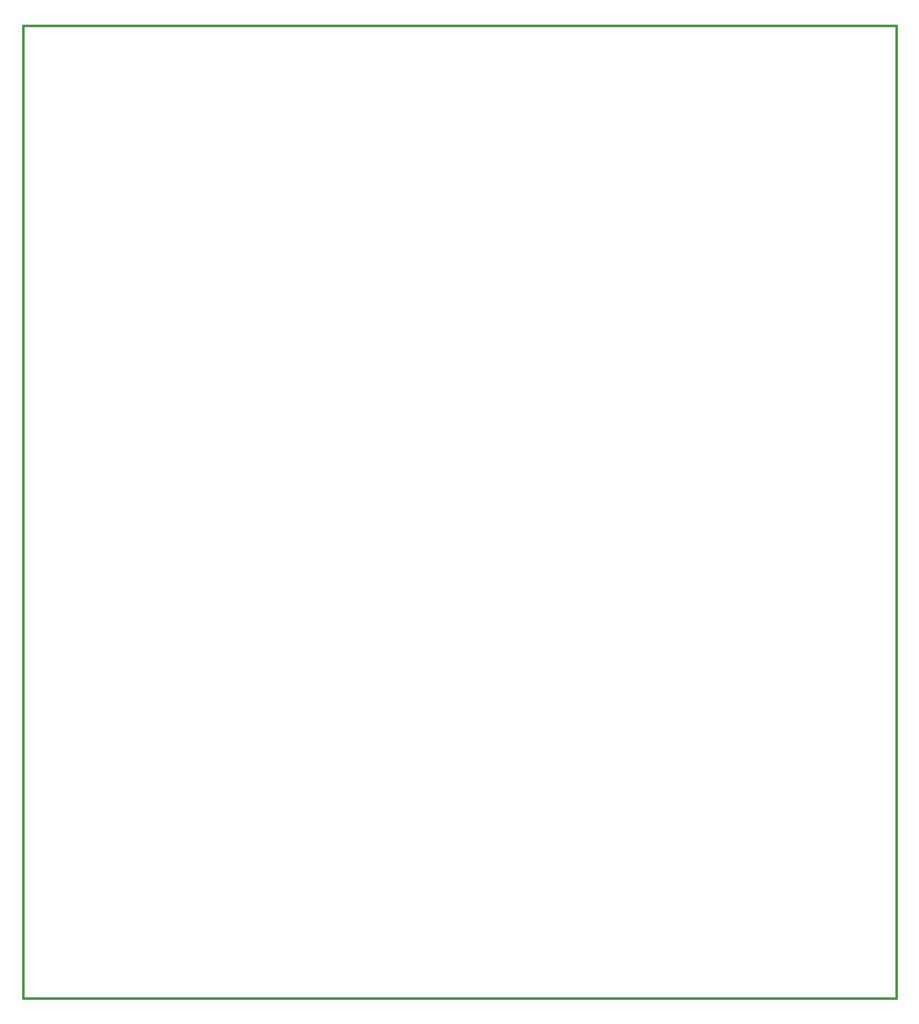
<source format=gm1>
G04 #@! TF.FileFunction,Profile,NP*
%FSLAX46Y46*%
G04 Gerber Fmt 4.6, Leading zero omitted, Abs format (unit mm)*
G04 Created by KiCad (PCBNEW 4.0.1-stable) date 30.04.2016 20:49:22*
%MOMM*%
G01*
G04 APERTURE LIST*
%ADD10C,0.150000*%
%ADD11C,0.381000*%
G04 APERTURE END LIST*
D10*
D11*
X163619180Y-21351240D02*
X163619180Y-181749700D01*
X19618960Y-21351240D02*
X163619180Y-21351240D01*
X19618960Y-21358860D02*
X19618960Y-21351240D01*
X19618960Y-21369020D02*
X19618960Y-21358860D01*
X19618960Y-181749700D02*
X19618960Y-21369020D01*
X163619180Y-181749700D02*
X19618960Y-181749700D01*
M02*

</source>
